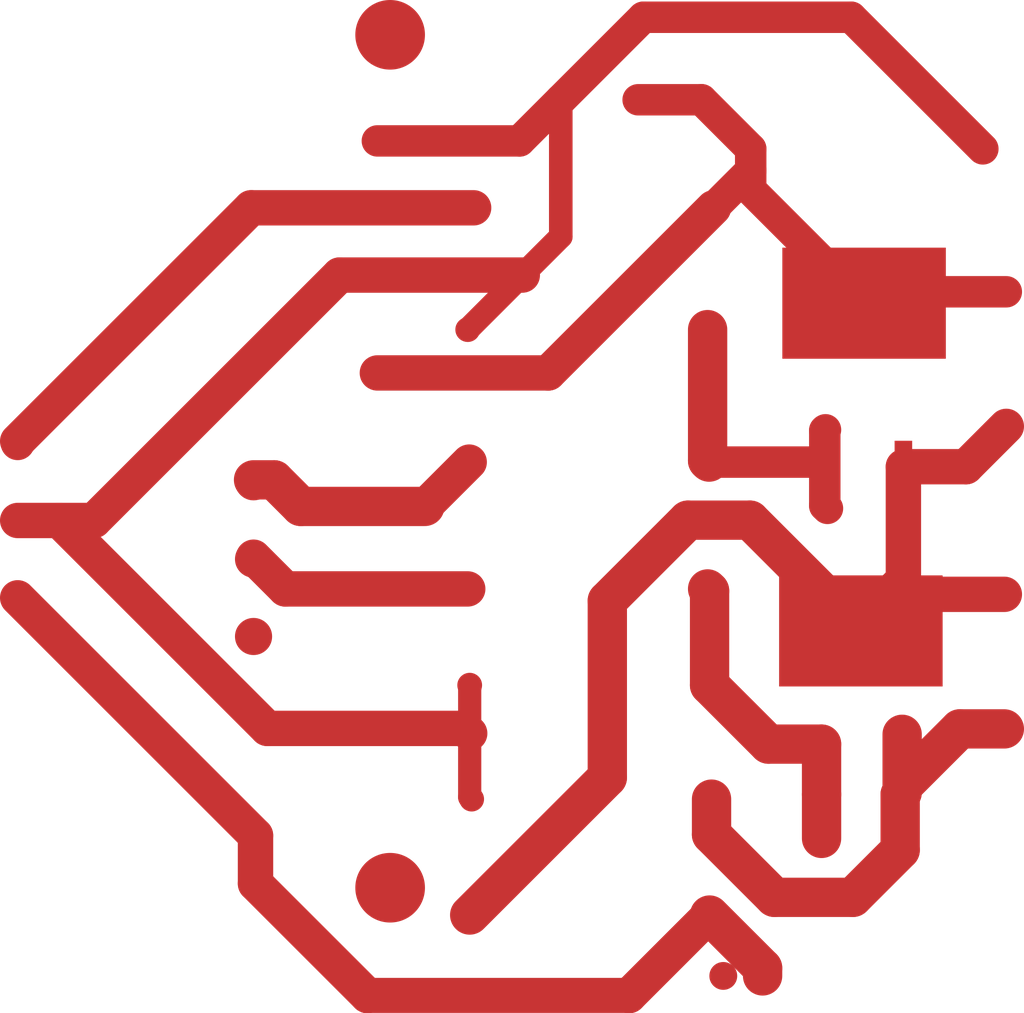
<source format=kicad_pcb>
(kicad_pcb (version 4) (generator "gerbview") (generator_version "8.0")

  (layers 
    (0 F.Cu signal)
    (31 B.Cu signal)
    (32 B.Adhes user)
    (33 F.Adhes user)
    (34 B.Paste user)
    (35 F.Paste user)
    (36 B.SilkS user)
    (37 F.SilkS user)
    (38 B.Mask user)
    (39 F.Mask user)
    (40 Dwgs.User user)
    (41 Cmts.User user)
    (42 Eco1.User user)
    (43 Eco2.User user)
    (44 Edge.Cuts user)
  )

(gr_circle (center 71.755 -31.655) (end 72.655 -31.655)(layer F.Cu) (width 0) (fill solid) )
(gr_circle (center 71.755 -22.955) (end 72.655 -22.955)(layer F.Cu) (width 0) (fill solid) )
(gr_circle (center 71.882 -51.213) (end 72.782 -51.213)(layer F.Cu) (width 0) (fill solid) )
(gr_circle (center 71.882 -42.513) (end 72.782 -42.513)(layer F.Cu) (width 0) (fill solid) )
(gr_poly (pts  (xy 60.71925 -41.58358) (xy 59.58524 -41.58358) (xy 59.58524 -38.22504)
 (xy 60.71925 -38.22504))(layer F.Cu) (width 0) )
(gr_poly (pts  (xy 65.79925 -41.58358) (xy 64.66524 -41.58358) (xy 64.66524 -38.22504)
 (xy 65.79925 -38.22504))(layer F.Cu) (width 0) )
(gr_poly (pts  (xy 67.97545 -54.06605) (xy 57.40905 -54.06605) (xy 57.40905 -46.88552)
 (xy 67.97545 -46.88552))(layer F.Cu) (width 0) )
(gr_poly (pts  (xy 60.51108 -20.39658) (xy 59.37707 -20.39658) (xy 59.37707 -17.03804)
 (xy 60.51108 -17.03804))(layer F.Cu) (width 0) )
(gr_poly (pts  (xy 65.59108 -20.39658) (xy 64.45707 -20.39658) (xy 64.45707 -17.03804)
 (xy 65.59108 -17.03804))(layer F.Cu) (width 0) )
(gr_poly (pts  (xy 67.76728 -32.87905) (xy 57.20088 -32.87905) (xy 57.20088 -25.69852)
 (xy 67.76728 -25.69852))(layer F.Cu) (width 0) )
(gr_circle (center 52.70805 -10.922) (end 53.50805 -10.922)(layer F.Cu) (width 0) (fill solid) )
(gr_circle (center 37.20795 -10.922) (end 38.00795 -10.922)(layer F.Cu) (width 0) (fill solid) )
(gr_circle (center 52.83505 -18.415) (end 53.63505 -18.415)(layer F.Cu) (width 0) (fill solid) )
(gr_circle (center 37.33495 -18.415) (end 38.13495 -18.415)(layer F.Cu) (width 0) (fill solid) )
(gr_circle (center 52.58105 -32.004) (end 53.38105 -32.004)(layer F.Cu) (width 0) (fill solid) )
(gr_circle (center 37.08095 -32.004) (end 37.88095 -32.004)(layer F.Cu) (width 0) (fill solid) )
(gr_circle (center 37.20795 -25.781) (end 38.00795 -25.781)(layer F.Cu) (width 0) (fill solid) )
(gr_circle (center 52.70805 -25.781) (end 53.50805 -25.781)(layer F.Cu) (width 0) (fill solid) )
(gr_circle (center 52.67635 -40.20299) (end 53.47635 -40.20299)(layer F.Cu) (width 0) (fill solid) )
(gr_circle (center 37.17625 -40.20299) (end 37.97625 -40.20299)(layer F.Cu) (width 0) (fill solid) )
(gr_circle (center 37.08095 -48.768) (end 37.88095 -48.768)(layer F.Cu) (width 0) (fill solid) )
(gr_circle (center 52.58105 -48.768) (end 53.38105 -48.768)(layer F.Cu) (width 0) (fill solid) )
(gr_circle (center 48.09236 -63.627) (end 48.99236 -63.627)(layer F.Cu) (width 0) (fill solid) )
(gr_circle (center 43.09364 -63.627) (end 43.99364 -63.627)(layer F.Cu) (width 0) (fill solid) )
(gr_circle (center 31.242 -60.96711) (end 32.142 -60.96711)(layer F.Cu) (width 0) (fill solid) )
(gr_circle (center 31.242 -45.96689) (end 32.142 -45.96689)(layer F.Cu) (width 0) (fill solid) )
(gr_circle (center 70.36511 -60.452) (end 71.26511 -60.452)(layer F.Cu) (width 0) (fill solid) )
(gr_circle (center 55.36489 -60.452) (end 56.26489 -60.452)(layer F.Cu) (width 0) (fill solid) )
(gr_circle (center 52.96205 -56.642) (end 53.76205 -56.642)(layer F.Cu) (width 0) (fill solid) )
(gr_circle (center 37.46195 -56.642) (end 38.26195 -56.642)(layer F.Cu) (width 0) (fill solid) )
(gr_circle (center 32.06712 -67.82689) (end 34.31712 -67.82689)(layer F.Cu) (width 0) (fill solid) )
(gr_circle (center 32.06712 -12.68717) (end 34.31712 -12.68717)(layer F.Cu) (width 0) (fill solid) )
(gr_circle (center 53.594 -6.985) (end 54.494 -6.985)(layer F.Cu) (width 0) (fill solid) )
(gr_poly (pts  (xy 57.034 -7.885) (xy 55.234 -7.885) (xy 55.234 -6.085)
 (xy 57.034 -6.085))(layer F.Cu) (width 0) )
(gr_circle (center 8.001 -41.429) (end 9.101 -41.429)(layer F.Cu) (width 0) (fill solid) )
(gr_circle (center 8.001 -36.42901) (end 9.101 -36.42901)(layer F.Cu) (width 0) (fill solid) )
(gr_circle (center 8.001 -31.42899) (end 9.101 -31.42899)(layer F.Cu) (width 0) (fill solid) )
(gr_circle (center 23.241 -28.929) (end 24.441 -28.929)(layer F.Cu) (width 0) (fill solid) )
(gr_circle (center 23.241 -33.92899) (end 24.441 -33.92899)(layer F.Cu) (width 0) (fill solid) )
(gr_circle (center 23.241 -38.92901) (end 24.441 -38.92901)(layer F.Cu) (width 0) (fill solid) )
(segment (start 34.31126 -37.338) (end 37.17625 -40.20299) (width 2.286) (layer F.Cu) (net 0))
(segment (start 59.944 -21.971) (end 59.944 -18.71739) (width 2.54) (layer F.Cu) (net 0))
(segment (start 59.94408 -18.71731) (end 59.94408 -15.875) (width 2.54) (layer F.Cu) (net 0))
(segment (start 60.15225 -42.24525) (end 60.198 -42.291) (width 2.032) (layer F.Cu) (net 0))
(segment (start 60.15225 -39.90431) (end 60.15225 -37.38375) (width 2.032) (layer F.Cu) (net 0))
(segment (start 60.15225 -37.38375) (end 60.325 -37.211) (width 2.032) (layer F.Cu) (net 0))
(segment (start 52.67635 -40.20299) (end 59.85358 -40.20299) (width 2.032) (layer F.Cu) (net 0))
(segment (start 59.85358 -40.20299) (end 60.15225 -39.90431) (width 2.032) (layer F.Cu) (net 0))
(segment (start 60.15225 -39.90431) (end 60.15225 -42.24525) (width 2.032) (layer F.Cu) (net 0))
(segment (start 52.58105 -48.768) (end 52.58105 -40.29829) (width 2.54) (layer F.Cu) (net 0))
(segment (start 52.58105 -40.29829) (end 52.67635 -40.20299) (width 2.54) (layer F.Cu) (net 0))
(segment (start 52.96205 -56.642) (end 55.36489 -59.04484) (width 2.032) (layer F.Cu) (net 0))
(segment (start 55.36489 -57.80316) (end 62.69225 -50.47579) (width 2.032) (layer F.Cu) (net 0))
(segment (start 55.36489 -60.452) (end 55.36489 -59.04484) (width 2.032) (layer F.Cu) (net 0))
(segment (start 55.36489 -59.04484) (end 55.36489 -57.80316) (width 2.032) (layer F.Cu) (net 0))
(segment (start 48.09236 -63.627) (end 52.18989 -63.627) (width 2.032) (layer F.Cu) (net 0))
(segment (start 52.18989 -63.627) (end 55.36489 -60.452) (width 2.032) (layer F.Cu) (net 0))
(segment (start 31.242 -60.96711) (end 40.43375 -60.96711) (width 2.032) (layer F.Cu) (net 0))
(segment (start 40.43375 -60.96711) (end 43.09364 -63.627) (width 2.032) (layer F.Cu) (net 0))
(segment (start 43.09364 -54.78069) (end 43.09364 -63.627) (width 1.524) (layer F.Cu) (net 0))
(segment (start 31.242 -45.96689) (end 42.28694 -45.96689) (width 2.286) (layer F.Cu) (net 0))
(segment (start 42.28694 -45.96689) (end 52.96205 -56.642) (width 2.286) (layer F.Cu) (net 0))
(segment (start 65.278 -18.46339) (end 65.02408 -18.71731) (width 1.524) (layer F.Cu) (net 0))
(segment (start 71.882 -51.213) (end 63.42946 -51.213) (width 2.032) (layer F.Cu) (net 0))
(segment (start 63.42946 -51.213) (end 62.69225 -50.47579) (width 2.032) (layer F.Cu) (net 0))
(segment (start 43.09364 -63.627) (end 48.42764 -68.961) (width 2.032) (layer F.Cu) (net 0))
(segment (start 48.42764 -68.961) (end 61.85611 -68.961) (width 2.032) (layer F.Cu) (net 0))
(segment (start 61.85611 -68.961) (end 70.36511 -60.452) (width 2.032) (layer F.Cu) (net 0))
(segment (start 37.20795 -18.542) (end 37.33495 -18.415) (width 1.4986) (layer F.Cu) (net 0))
(segment (start 52.70805 -25.781) (end 52.70805 -31.877) (width 2.54) (layer F.Cu) (net 0))
(segment (start 52.70805 -31.877) (end 52.58105 -32.004) (width 2.54) (layer F.Cu) (net 0))
(segment (start 52.70805 -25.781) (end 56.51805 -21.971) (width 2.54) (layer F.Cu) (net 0))
(segment (start 56.51805 -21.971) (end 59.944 -21.971) (width 2.54) (layer F.Cu) (net 0))
(segment (start 71.755 -31.655) (end 64.85029 -31.655) (width 2.286) (layer F.Cu) (net 0))
(segment (start 64.85029 -31.655) (end 62.48408 -29.28879) (width 2.286) (layer F.Cu) (net 0))
(segment (start 63.627 -30.988) (end 65.23225 -32.59325) (width 2.286) (layer F.Cu) (net 0))
(segment (start 65.23225 -32.59325) (end 65.23225 -39.90431) (width 2.286) (layer F.Cu) (net 0))
(segment (start 65.23225 -39.90431) (end 69.27332 -39.90431) (width 2.286) (layer F.Cu) (net 0))
(segment (start 69.27332 -39.90431) (end 71.882 -42.513) (width 2.286) (layer F.Cu) (net 0))
(segment (start 52.83505 -18.415) (end 52.83505 -16.12595) (width 2.54) (layer F.Cu) (net 0))
(segment (start 52.83505 -16.12595) (end 56.896 -12.065) (width 2.54) (layer F.Cu) (net 0))
(segment (start 56.896 -12.065) (end 61.96387 -12.065) (width 2.54) (layer F.Cu) (net 0))
(segment (start 61.96387 -12.065) (end 65.02408 -15.12521) (width 2.54) (layer F.Cu) (net 0))
(segment (start 65.278 -19.35457) (end 65.278 -18.46339) (width 2.032) (layer F.Cu) (net 0))
(segment (start 68.87843 -22.955) (end 71.755 -22.955) (width 2.54) (layer F.Cu) (net 0))
(segment (start 65.278 -19.35457) (end 68.87843 -22.955) (width 2.54) (layer F.Cu) (net 0))
(segment (start 65.02408 -15.12521) (end 65.02408 -18.71731) (width 2.54) (layer F.Cu) (net 0))
(segment (start 65.151 -21.971) (end 65.278 -19.35457) (width 2.032) (layer F.Cu) (net 0))
(segment (start 37.20795 -10.922) (end 46.101 -19.81505) (width 2.54) (layer F.Cu) (net 0))
(segment (start 55.32387 -36.449) (end 62.48408 -29.28879) (width 2.54) (layer F.Cu) (net 0))
(segment (start 46.101 -19.81505) (end 46.101 -31.242) (width 2.54) (layer F.Cu) (net 0))
(segment (start 46.101 -31.242) (end 51.308 -36.449) (width 2.54) (layer F.Cu) (net 0))
(segment (start 51.308 -36.449) (end 55.32387 -36.449) (width 2.54) (layer F.Cu) (net 0))
(segment (start 52.70805 -10.922) (end 56.134 -7.49605) (width 2.54) (layer F.Cu) (net 0))
(segment (start 56.134 -7.49605) (end 56.134 -6.985) (width 2.54) (layer F.Cu) (net 0))
(segment (start 23.241 -39.05601) (end 24.57099 -39.05601) (width 2.54) (layer F.Cu) (net 0))
(segment (start 24.57099 -39.05601) (end 26.289 -37.338) (width 2.54) (layer F.Cu) (net 0))
(segment (start 8.001 -41.556) (end 23.087 -56.642) (width 2.286) (layer F.Cu) (net 0))
(segment (start 23.087 -56.642) (end 37.46195 -56.642) (width 2.286) (layer F.Cu) (net 0))
(segment (start 37.20795 -22.66593) (end 36.88688 -22.987) (width 2.286) (layer F.Cu) (net 0))
(segment (start 37.20795 -25.781) (end 37.20795 -22.66593) (width 1.4986) (layer F.Cu) (net 0))
(segment (start 37.20795 -22.66593) (end 37.20795 -18.542) (width 1.4986) (layer F.Cu) (net 0))
(segment (start 23.241 -34.05599) (end 25.29299 -32.004) (width 2.286) (layer F.Cu) (net 0))
(segment (start 25.29299 -32.004) (end 37.08095 -32.004) (width 2.286) (layer F.Cu) (net 0))
(segment (start 26.289 -37.338) (end 34.31126 -37.338) (width 2.54) (layer F.Cu) (net 0))
(segment (start 36.88688 -22.987) (end 24.13 -22.987) (width 2.286) (layer F.Cu) (net 0))
(segment (start 24.13 -22.987) (end 10.68799 -36.42901) (width 2.286) (layer F.Cu) (net 0))
(segment (start 10.68799 -36.42901) (end 8.001 -36.42901) (width 2.286) (layer F.Cu) (net 0))
(segment (start 8.001 -31.42899) (end 23.368 -16.06199) (width 2.286) (layer F.Cu) (net 0))
(segment (start 23.368 -16.06199) (end 23.368 -12.954) (width 2.286) (layer F.Cu) (net 0))
(segment (start 23.368 -12.954) (end 30.607 -5.715) (width 2.286) (layer F.Cu) (net 0))
(segment (start 47.50105 -5.715) (end 52.70805 -10.922) (width 2.286) (layer F.Cu) (net 0))
(segment (start 30.607 -5.715) (end 47.50105 -5.715) (width 2.286) (layer F.Cu) (net 0))
(segment (start 28.79838 -52.29338) (end 40.60634 -52.29338) (width 2.286) (layer F.Cu) (net 0))
(segment (start 10.68799 -36.42901) (end 12.93401 -36.42901) (width 2.286) (layer F.Cu) (net 0))
(segment (start 37.08095 -48.768) (end 40.60634 -52.29338) (width 1.524) (layer F.Cu) (net 0))
(segment (start 40.60634 -52.29338) (end 43.09364 -54.78069) (width 1.524) (layer F.Cu) (net 0))
(segment (start 12.93401 -36.42901) (end 28.79838 -52.29338) (width 2.286) (layer F.Cu) (net 0))
(segment (start 65.151 -18.84423) (end 65.02408 -18.71731) (width 2.54) (layer F.Cu) (net 0))
(segment (start 65.151 -22.606) (end 65.151 -21.971) (width 2.54) (layer F.Cu) (net 0))
(segment (start 65.151 -21.971) (end 65.151 -18.84423) (width 2.54) (layer F.Cu) (net 0))
)

</source>
